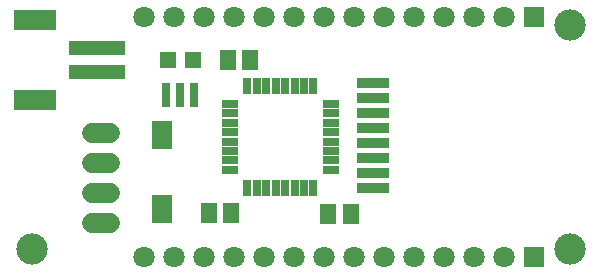
<source format=gbr>
G04 EAGLE Gerber RS-274X export*
G75*
%MOMM*%
%FSLAX34Y34*%
%LPD*%
%INSoldermask Top*%
%IPPOS*%
%AMOC8*
5,1,8,0,0,1.08239X$1,22.5*%
G01*
%ADD10R,1.422400X0.652400*%
%ADD11R,0.652400X1.422400*%
%ADD12R,1.452400X1.652400*%
%ADD13R,2.692400X0.914400*%
%ADD14R,0.652400X2.152400*%
%ADD15R,4.752400X1.152400*%
%ADD16R,3.552400X1.752400*%
%ADD17C,1.676400*%
%ADD18R,1.752400X2.452400*%
%ADD19R,1.802400X1.802400*%
%ADD20C,1.802400*%
%ADD21R,1.352400X1.352400*%
%ADD22C,2.652400*%


D10*
X187074Y143000D03*
X187074Y135000D03*
X187074Y127000D03*
X187074Y119000D03*
X187074Y111000D03*
X187074Y103000D03*
X187074Y95000D03*
X187074Y87000D03*
D11*
X202000Y72074D03*
X210000Y72074D03*
X218000Y72074D03*
X226000Y72074D03*
X234000Y72074D03*
X242000Y72074D03*
X250000Y72074D03*
X258000Y72074D03*
D10*
X272926Y87000D03*
X272926Y95000D03*
X272926Y103000D03*
X272926Y111000D03*
X272926Y119000D03*
X272926Y127000D03*
X272926Y135000D03*
X272926Y143000D03*
D11*
X258000Y157926D03*
X250000Y157926D03*
X242000Y157926D03*
X234000Y157926D03*
X226000Y157926D03*
X218000Y157926D03*
X210000Y157926D03*
X202000Y157926D03*
D12*
X188500Y50600D03*
X169500Y50600D03*
D13*
X308560Y71820D03*
X308560Y84520D03*
X308560Y97220D03*
X308560Y109920D03*
X308560Y122620D03*
X308560Y135320D03*
X308560Y148020D03*
X308560Y160720D03*
D14*
X145000Y150000D03*
X133000Y150000D03*
X157000Y150000D03*
D15*
X74500Y170000D03*
X74500Y190000D03*
D16*
X22500Y146000D03*
X22500Y214000D03*
D17*
X70480Y41900D02*
X85720Y41900D01*
X85720Y67300D02*
X70480Y67300D01*
X70480Y92700D02*
X85720Y92700D01*
X85720Y118100D02*
X70480Y118100D01*
D18*
X130000Y53500D03*
X130000Y116500D03*
D12*
X185500Y180000D03*
X204500Y180000D03*
X289500Y50000D03*
X270500Y50000D03*
D19*
X445100Y13400D03*
D20*
X419700Y13400D03*
X394300Y13400D03*
X368900Y13400D03*
X343500Y13400D03*
X318100Y13400D03*
X292700Y13400D03*
X267300Y13400D03*
X241900Y13400D03*
X216500Y13400D03*
X191100Y13400D03*
X165700Y13400D03*
X140300Y13400D03*
X114900Y13400D03*
D19*
X445100Y216600D03*
D20*
X419700Y216600D03*
X394300Y216600D03*
X368900Y216600D03*
X343500Y216600D03*
X318100Y216600D03*
X292700Y216600D03*
X267300Y216600D03*
X241900Y216600D03*
X216500Y216600D03*
X191100Y216600D03*
X165700Y216600D03*
X140300Y216600D03*
X114900Y216600D03*
D21*
X134900Y180000D03*
X155900Y180000D03*
D22*
X475000Y20000D03*
X475000Y210000D03*
X20000Y20000D03*
M02*

</source>
